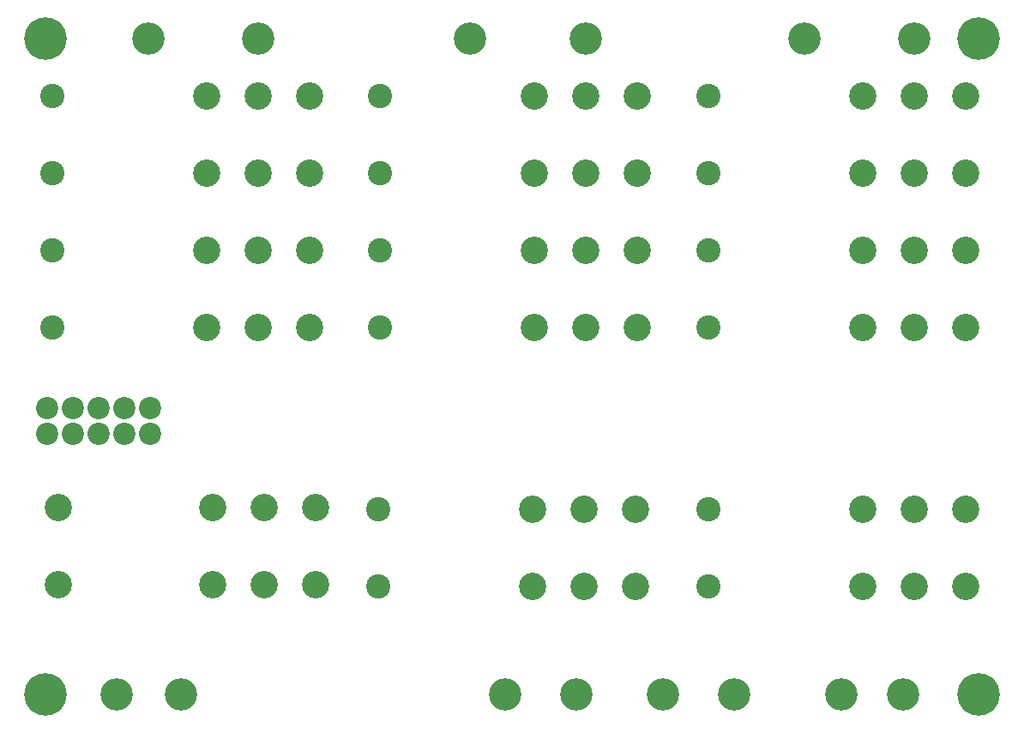
<source format=gbr>
%FSLAX34Y34*%
%MOMM*%
%LNSOLDERMASK_TOP*%
G71*
G01*
%ADD10C, 2.400*%
%ADD11C, 2.700*%
%ADD12C, 3.200*%
%ADD13C, 2.200*%
%ADD14C, 4.200*%
%LPD*%
X679450Y-82551D02*
G54D10*
D03*
X679450Y-158751D02*
G54D10*
D03*
X831850Y-82551D02*
G54D11*
D03*
X882650Y-82551D02*
G54D11*
D03*
X933450Y-82551D02*
G54D11*
D03*
X831850Y-158751D02*
G54D11*
D03*
X882650Y-158751D02*
G54D11*
D03*
X933450Y-158751D02*
G54D11*
D03*
X882650Y-25400D02*
G54D12*
D03*
X558800Y-25400D02*
G54D12*
D03*
X234950Y-25400D02*
G54D12*
D03*
X31750Y-234951D02*
G54D10*
D03*
X31750Y-311151D02*
G54D10*
D03*
X184150Y-234951D02*
G54D11*
D03*
X234950Y-234951D02*
G54D11*
D03*
X285750Y-234951D02*
G54D11*
D03*
X184150Y-311151D02*
G54D11*
D03*
X234950Y-311151D02*
G54D11*
D03*
X285750Y-311151D02*
G54D11*
D03*
X31750Y-82551D02*
G54D10*
D03*
X31750Y-158751D02*
G54D10*
D03*
X184150Y-82551D02*
G54D11*
D03*
X234950Y-82551D02*
G54D11*
D03*
X285750Y-82551D02*
G54D11*
D03*
X184150Y-158751D02*
G54D11*
D03*
X234950Y-158751D02*
G54D11*
D03*
X285750Y-158751D02*
G54D11*
D03*
X355600Y-82551D02*
G54D10*
D03*
X355600Y-158751D02*
G54D10*
D03*
X508000Y-82551D02*
G54D11*
D03*
X558800Y-82551D02*
G54D11*
D03*
X609600Y-82551D02*
G54D11*
D03*
X508000Y-158751D02*
G54D11*
D03*
X558800Y-158751D02*
G54D11*
D03*
X609600Y-158751D02*
G54D11*
D03*
X355601Y-234952D02*
G54D10*
D03*
X355601Y-311152D02*
G54D10*
D03*
X508001Y-234952D02*
G54D11*
D03*
X558801Y-234952D02*
G54D11*
D03*
X609601Y-234952D02*
G54D11*
D03*
X508001Y-311152D02*
G54D11*
D03*
X558801Y-311152D02*
G54D11*
D03*
X609601Y-311152D02*
G54D11*
D03*
X679450Y-234951D02*
G54D10*
D03*
X679450Y-311151D02*
G54D10*
D03*
X831850Y-234951D02*
G54D11*
D03*
X882650Y-234951D02*
G54D11*
D03*
X933450Y-234951D02*
G54D11*
D03*
X831850Y-311151D02*
G54D11*
D03*
X882650Y-311151D02*
G54D11*
D03*
X933450Y-311151D02*
G54D11*
D03*
X354012Y-490539D02*
G54D10*
D03*
X354012Y-566739D02*
G54D10*
D03*
X506412Y-490539D02*
G54D11*
D03*
X557212Y-490539D02*
G54D11*
D03*
X608012Y-490539D02*
G54D11*
D03*
X506412Y-566739D02*
G54D11*
D03*
X557212Y-566739D02*
G54D11*
D03*
X608012Y-566739D02*
G54D11*
D03*
X38100Y-488951D02*
G54D11*
D03*
X38100Y-565151D02*
G54D11*
D03*
X190500Y-488951D02*
G54D11*
D03*
X241300Y-488951D02*
G54D11*
D03*
X292100Y-488951D02*
G54D11*
D03*
X190500Y-565151D02*
G54D11*
D03*
X241300Y-565151D02*
G54D11*
D03*
X292100Y-565151D02*
G54D11*
D03*
X95250Y-673100D02*
G54D12*
D03*
X479425Y-673100D02*
G54D12*
D03*
X704850Y-673100D02*
G54D12*
D03*
X871538Y-673100D02*
G54D12*
D03*
X127000Y-25400D02*
G54D12*
D03*
X444500Y-25400D02*
G54D12*
D03*
X774700Y-25400D02*
G54D12*
D03*
X158750Y-673100D02*
G54D12*
D03*
X549275Y-673100D02*
G54D12*
D03*
X635000Y-673100D02*
G54D12*
D03*
X811212Y-673100D02*
G54D12*
D03*
X128492Y-390098D02*
G54D13*
D03*
X128492Y-415498D02*
G54D13*
D03*
X103092Y-390098D02*
G54D13*
D03*
X103092Y-415498D02*
G54D13*
D03*
X77692Y-390098D02*
G54D13*
D03*
X77692Y-415498D02*
G54D13*
D03*
X52292Y-390098D02*
G54D13*
D03*
X52292Y-415498D02*
G54D13*
D03*
X26892Y-390098D02*
G54D13*
D03*
X26892Y-415498D02*
G54D13*
D03*
X946150Y-25400D02*
G54D14*
D03*
X25400Y-25400D02*
G54D14*
D03*
X25400Y-673100D02*
G54D14*
D03*
X946150Y-673100D02*
G54D14*
D03*
X679450Y-490539D02*
G54D10*
D03*
X679450Y-566739D02*
G54D10*
D03*
X831850Y-490539D02*
G54D11*
D03*
X882650Y-490539D02*
G54D11*
D03*
X933450Y-490539D02*
G54D11*
D03*
X831850Y-566739D02*
G54D11*
D03*
X882650Y-566739D02*
G54D11*
D03*
X933450Y-566739D02*
G54D11*
D03*
M02*

</source>
